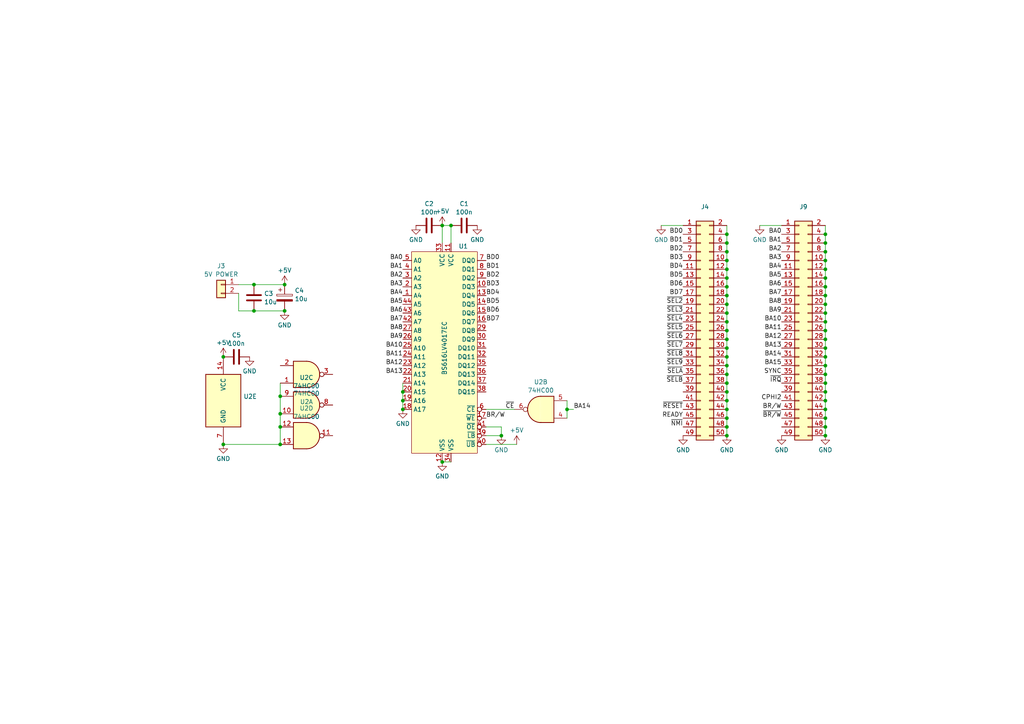
<source format=kicad_sch>
(kicad_sch (version 20230121) (generator eeschema)
  (paper "A4")
  (lib_symbols
    (symbol "74xx:74HC00" (pin_names (offset 1.016))
      (property "Reference" "U" (at 0 1.27 0))
      (property "Value" "74HC00" (at 0 -1.27 0))
      (symbol "74HC00_1_1"
        (arc (start 0 -3.81) (mid 3.7934 0) (end 0 3.81) (stroke (width 0.254)) (fill (type background)))
        (polyline (pts (xy 0 3.81) (xy -3.81 3.81) (xy -3.81 -3.81) (xy 0 -3.81)) (stroke (width 0.254)) (fill (type background)))
        (pin input line (at -7.62 2.54 0) (length 3.81) (name "~") (number "1"))
        (pin input line (at -7.62 -2.54 0) (length 3.81) (name "~") (number "2"))
        (pin output inverted (at 7.62 0 180) (length 3.81) (name "~") (number "3"))
      )
      (symbol "74HC00_1_2"
        (arc (start -3.81 -3.81) (mid -2.589 0) (end -3.81 3.81) (stroke (width 0.254)))
        (arc (start -0.6096 -3.81) (mid 2.1842 -2.5851) (end 3.81 0) (stroke (width 0.254)) (fill (type background)))
        (polyline (pts (xy -3.81 -3.81) (xy -0.635 -3.81)) (stroke (width 0.254)) (fill (type background)))
        (polyline (pts (xy -3.81 3.81) (xy -0.635 3.81)) (stroke (width 0.254)) (fill (type background)))
        (polyline (pts (xy -0.635 3.81) (xy -3.81 3.81) (xy -3.81 3.81) (xy -3.556 3.4036) (xy -3.0226 2.2606) (xy -2.6924 1.0414) (xy -2.6162 -0.254) (xy -2.7686 -1.4986) (xy -3.175 -2.7178) (xy -3.81 -3.81) (xy -3.81 -3.81) (xy -0.635 -3.81)) (stroke (width -25.4)) (fill (type background)))
        (arc (start 3.81 0) (mid 2.1915 2.5936) (end -0.6096 3.81) (stroke (width 0.254)) (fill (type background)))
        (pin input inverted (at -7.62 2.54 0) (length 4.318) (name "~") (number "1"))
        (pin input inverted (at -7.62 -2.54 0) (length 4.318) (name "~") (number "2"))
        (pin output line (at 7.62 0 180) (length 3.81) (name "~") (number "3"))
      )
      (symbol "74HC00_2_1"
        (arc (start 0 -3.81) (mid 3.7934 0) (end 0 3.81) (stroke (width 0.254)) (fill (type background)))
        (polyline (pts (xy 0 3.81) (xy -3.81 3.81) (xy -3.81 -3.81) (xy 0 -3.81)) (stroke (width 0.254)) (fill (type background)))
        (pin input line (at -7.62 2.54 0) (length 3.81) (name "~") (number "4"))
        (pin input line (at -7.62 -2.54 0) (length 3.81) (name "~") (number "5"))
        (pin output inverted (at 7.62 0 180) (length 3.81) (name "~") (number "6"))
      )
      (symbol "74HC00_2_2"
        (arc (start -3.81 -3.81) (mid -2.589 0) (end -3.81 3.81) (stroke (width 0.254)))
        (arc (start -0.6096 -3.81) (mid 2.1842 -2.5851) (end 3.81 0) (stroke (width 0.254)) (fill (type background)))
        (polyline (pts (xy -3.81 -3.81) (xy -0.635 -3.81)) (stroke (width 0.254)) (fill (type background)))
        (polyline (pts (xy -3.81 3.81) (xy -0.635 3.81)) (stroke (width 0.254)) (fill (type background)))
        (polyline (pts (xy -0.635 3.81) (xy -3.81 3.81) (xy -3.81 3.81) (xy -3.556 3.4036) (xy -3.0226 2.2606) (xy -2.6924 1.0414) (xy -2.6162 -0.254) (xy -2.7686 -1.4986) (xy -3.175 -2.7178) (xy -3.81 -3.81) (xy -3.81 -3.81) (xy -0.635 -3.81)) (stroke (width -25.4)) (fill (type background)))
        (arc (start 3.81 0) (mid 2.1915 2.5936) (end -0.6096 3.81) (stroke (width 0.254)) (fill (type background)))
        (pin input inverted (at -7.62 2.54 0) (length 4.318) (name "~") (number "4"))
        (pin input inverted (at -7.62 -2.54 0) (length 4.318) (name "~") (number "5"))
        (pin output line (at 7.62 0 180) (length 3.81) (name "~") (number "6"))
      )
      (symbol "74HC00_3_1"
        (arc (start 0 -3.81) (mid 3.7934 0) (end 0 3.81) (stroke (width 0.254)) (fill (type background)))
        (polyline (pts (xy 0 3.81) (xy -3.81 3.81) (xy -3.81 -3.81) (xy 0 -3.81)) (stroke (width 0.254)) (fill (type background)))
        (pin input line (at -7.62 -2.54 0) (length 3.81) (name "~") (number "10"))
        (pin output inverted (at 7.62 0 180) (length 3.81) (name "~") (number "8"))
        (pin input line (at -7.62 2.54 0) (length 3.81) (name "~") (number "9"))
      )
      (symbol "74HC00_3_2"
        (arc (start -3.81 -3.81) (mid -2.589 0) (end -3.81 3.81) (stroke (width 0.254)))
        (arc (start -0.6096 -3.81) (mid 2.1842 -2.5851) (end 3.81 0) (stroke (width 0.254)) (fill (type background)))
        (polyline (pts (xy -3.81 -3.81) (xy -0.635 -3.81)) (stroke (width 0.254)) (fill (type background)))
        (polyline (pts (xy -3.81 3.81) (xy -0.635 3.81)) (stroke (width 0.254)) (fill (type background)))
        (polyline (pts (xy -0.635 3.81) (xy -3.81 3.81) (xy -3.81 3.81) (xy -3.556 3.4036) (xy -3.0226 2.2606) (xy -2.6924 1.0414) (xy -2.6162 -0.254) (xy -2.7686 -1.4986) (xy -3.175 -2.7178) (xy -3.81 -3.81) (xy -3.81 -3.81) (xy -0.635 -3.81)) (stroke (width -25.4)) (fill (type background)))
        (arc (start 3.81 0) (mid 2.1915 2.5936) (end -0.6096 3.81) (stroke (width 0.254)) (fill (type background)))
        (pin input inverted (at -7.62 -2.54 0) (length 4.318) (name "~") (number "10"))
        (pin output line (at 7.62 0 180) (length 3.81) (name "~") (number "8"))
        (pin input inverted (at -7.62 2.54 0) (length 4.318) (name "~") (number "9"))
      )
      (symbol "74HC00_4_1"
        (arc (start 0 -3.81) (mid 3.7934 0) (end 0 3.81) (stroke (width 0.254)) (fill (type background)))
        (polyline (pts (xy 0 3.81) (xy -3.81 3.81) (xy -3.81 -3.81) (xy 0 -3.81)) (stroke (width 0.254)) (fill (type background)))
        (pin output inverted (at 7.62 0 180) (length 3.81) (name "~") (number "11"))
        (pin input line (at -7.62 2.54 0) (length 3.81) (name "~") (number "12"))
        (pin input line (at -7.62 -2.54 0) (length 3.81) (name "~") (number "13"))
      )
      (symbol "74HC00_4_2"
        (arc (start -3.81 -3.81) (mid -2.589 0) (end -3.81 3.81) (stroke (width 0.254)))
        (arc (start -0.6096 -3.81) (mid 2.1842 -2.5851) (end 3.81 0) (stroke (width 0.254)) (fill (type background)))
        (polyline (pts (xy -3.81 -3.81) (xy -0.635 -3.81)) (stroke (width 0.254)) (fill (type background)))
        (polyline (pts (xy -3.81 3.81) (xy -0.635 3.81)) (stroke (width 0.254)) (fill (type background)))
        (polyline (pts (xy -0.635 3.81) (xy -3.81 3.81) (xy -3.81 3.81) (xy -3.556 3.4036) (xy -3.0226 2.2606) (xy -2.6924 1.0414) (xy -2.6162 -0.254) (xy -2.7686 -1.4986) (xy -3.175 -2.7178) (xy -3.81 -3.81) (xy -3.81 -3.81) (xy -0.635 -3.81)) (stroke (width -25.4)) (fill (type background)))
        (arc (start 3.81 0) (mid 2.1915 2.5936) (end -0.6096 3.81) (stroke (width 0.254)) (fill (type background)))
        (pin output line (at 7.62 0 180) (length 3.81) (name "~") (number "11"))
        (pin input inverted (at -7.62 2.54 0) (length 4.318) (name "~") (number "12"))
        (pin input inverted (at -7.62 -2.54 0) (length 4.318) (name "~") (number "13"))
      )
      (symbol "74HC00_5_0"
        (pin power_in line (at 0 12.7 270) (length 5.08) (name "VCC") (number "14"))
        (pin power_in line (at 0 -12.7 90) (length 5.08) (name "GND") (number "7"))
      )
      (symbol "74HC00_5_1"
        (rectangle (start -5.08 7.62) (end 5.08 -7.62) (stroke (width 0.254)) (fill (type background)))
      )
    )
    (symbol "Connector_Generic:Conn_01x02" (pin_names (offset 1.016) hide)
      (property "Reference" "J" (at 0 2.54 0))
      (property "Value" "Conn_01x02" (at 0 -5.08 0))
      (symbol "Conn_01x02_1_1"
        (rectangle (start -1.27 -2.413) (end 0 -2.667) (stroke (width 0.1524)))
        (rectangle (start -1.27 0.127) (end 0 -0.127) (stroke (width 0.1524)))
        (rectangle (start -1.27 1.27) (end 1.27 -3.81) (stroke (width 0.254)) (fill (type background)))
        (pin passive line (at -5.08 0 0) (length 3.81) (name "Pin_1") (number "1"))
        (pin passive line (at -5.08 -2.54 0) (length 3.81) (name "Pin_2") (number "2"))
      )
    )
    (symbol "Connector_Generic:Conn_02x25_Odd_Even" (pin_names (offset 1.016) hide)
      (property "Reference" "J" (at 1.27 33.02 0))
      (property "Value" "Conn_02x25_Odd_Even" (at 1.27 -33.02 0))
      (symbol "Conn_02x25_Odd_Even_1_1"
        (rectangle (start -1.27 -30.353) (end 0 -30.607) (stroke (width 0.1524)))
        (rectangle (start -1.27 -27.813) (end 0 -28.067) (stroke (width 0.1524)))
        (rectangle (start -1.27 -25.273) (end 0 -25.527) (stroke (width 0.1524)))
        (rectangle (start -1.27 -22.733) (end 0 -22.987) (stroke (width 0.1524)))
        (rectangle (start -1.27 -20.193) (end 0 -20.447) (stroke (width 0.1524)))
        (rectangle (start -1.27 -17.653) (end 0 -17.907) (stroke (width 0.1524)))
        (rectangle (start -1.27 -15.113) (end 0 -15.367) (stroke (width 0.1524)))
        (rectangle (start -1.27 -12.573) (end 0 -12.827) (stroke (width 0.1524)))
        (rectangle (start -1.27 -10.033) (end 0 -10.287) (stroke (width 0.1524)))
        (rectangle (start -1.27 -7.493) (end 0 -7.747) (stroke (width 0.1524)))
        (rectangle (start -1.27 -4.953) (end 0 -5.207) (stroke (width 0.1524)))
        (rectangle (start -1.27 -2.413) (end 0 -2.667) (stroke (width 0.1524)))
        (rectangle (start -1.27 0.127) (end 0 -0.127) (stroke (width 0.1524)))
        (rectangle (start -1.27 2.667) (end 0 2.413) (stroke (width 0.1524)))
        (rectangle (start -1.27 5.207) (end 0 4.953) (stroke (width 0.1524)))
        (rectangle (start -1.27 7.747) (end 0 7.493) (stroke (width 0.1524)))
        (rectangle (start -1.27 10.287) (end 0 10.033) (stroke (width 0.1524)))
        (rectangle (start -1.27 12.827) (end 0 12.573) (stroke (width 0.1524)))
        (rectangle (start -1.27 15.367) (end 0 15.113) (stroke (width 0.1524)))
        (rectangle (start -1.27 17.907) (end 0 17.653) (stroke (width 0.1524)))
        (rectangle (start -1.27 20.447) (end 0 20.193) (stroke (width 0.1524)))
        (rectangle (start -1.27 22.987) (end 0 22.733) (stroke (width 0.1524)))
        (rectangle (start -1.27 25.527) (end 0 25.273) (stroke (width 0.1524)))
        (rectangle (start -1.27 28.067) (end 0 27.813) (stroke (width 0.1524)))
        (rectangle (start -1.27 30.607) (end 0 30.353) (stroke (width 0.1524)))
        (rectangle (start -1.27 31.75) (end 3.81 -31.75) (stroke (width 0.254)) (fill (type background)))
        (rectangle (start 3.81 -30.353) (end 2.54 -30.607) (stroke (width 0.1524)))
        (rectangle (start 3.81 -27.813) (end 2.54 -28.067) (stroke (width 0.1524)))
        (rectangle (start 3.81 -25.273) (end 2.54 -25.527) (stroke (width 0.1524)))
        (rectangle (start 3.81 -22.733) (end 2.54 -22.987) (stroke (width 0.1524)))
        (rectangle (start 3.81 -20.193) (end 2.54 -20.447) (stroke (width 0.1524)))
        (rectangle (start 3.81 -17.653) (end 2.54 -17.907) (stroke (width 0.1524)))
        (rectangle (start 3.81 -15.113) (end 2.54 -15.367) (stroke (width 0.1524)))
        (rectangle (start 3.81 -12.573) (end 2.54 -12.827) (stroke (width 0.1524)))
        (rectangle (start 3.81 -10.033) (end 2.54 -10.287) (stroke (width 0.1524)))
        (rectangle (start 3.81 -7.493) (end 2.54 -7.747) (stroke (width 0.1524)))
        (rectangle (start 3.81 -4.953) (end 2.54 -5.207) (stroke (width 0.1524)))
        (rectangle (start 3.81 -2.413) (end 2.54 -2.667) (stroke (width 0.1524)))
        (rectangle (start 3.81 0.127) (end 2.54 -0.127) (stroke (width 0.1524)))
        (rectangle (start 3.81 2.667) (end 2.54 2.413) (stroke (width 0.1524)))
        (rectangle (start 3.81 5.207) (end 2.54 4.953) (stroke (width 0.1524)))
        (rectangle (start 3.81 7.747) (end 2.54 7.493) (stroke (width 0.1524)))
        (rectangle (start 3.81 10.287) (end 2.54 10.033) (stroke (width 0.1524)))
        (rectangle (start 3.81 12.827) (end 2.54 12.573) (stroke (width 0.1524)))
        (rectangle (start 3.81 15.367) (end 2.54 15.113) (stroke (width 0.1524)))
        (rectangle (start 3.81 17.907) (end 2.54 17.653) (stroke (width 0.1524)))
        (rectangle (start 3.81 20.447) (end 2.54 20.193) (stroke (width 0.1524)))
        (rectangle (start 3.81 22.987) (end 2.54 22.733) (stroke (width 0.1524)))
        (rectangle (start 3.81 25.527) (end 2.54 25.273) (stroke (width 0.1524)))
        (rectangle (start 3.81 28.067) (end 2.54 27.813) (stroke (width 0.1524)))
        (rectangle (start 3.81 30.607) (end 2.54 30.353) (stroke (width 0.1524)))
        (pin passive line (at -5.08 30.48 0) (length 3.81) (name "Pin_1") (number "1"))
        (pin passive line (at 7.62 20.32 180) (length 3.81) (name "Pin_10") (number "10"))
        (pin passive line (at -5.08 17.78 0) (length 3.81) (name "Pin_11") (number "11"))
        (pin passive line (at 7.62 17.78 180) (length 3.81) (name "Pin_12") (number "12"))
        (pin passive line (at -5.08 15.24 0) (length 3.81) (name "Pin_13") (number "13"))
        (pin passive line (at 7.62 15.24 180) (length 3.81) (name "Pin_14") (number "14"))
        (pin passive line (at -5.08 12.7 0) (length 3.81) (name "Pin_15") (number "15"))
        (pin passive line (at 7.62 12.7 180) (length 3.81) (name "Pin_16") (number "16"))
        (pin passive line (at -5.08 10.16 0) (length 3.81) (name "Pin_17") (number "17"))
        (pin passive line (at 7.62 10.16 180) (length 3.81) (name "Pin_18") (number "18"))
        (pin passive line (at -5.08 7.62 0) (length 3.81) (name "Pin_19") (number "19"))
        (pin passive line (at 7.62 30.48 180) (length 3.81) (name "Pin_2") (number "2"))
        (pin passive line (at 7.62 7.62 180) (length 3.81) (name "Pin_20") (number "20"))
        (pin passive line (at -5.08 5.08 0) (length 3.81) (name "Pin_21") (number "21"))
        (pin passive line (at 7.62 5.08 180) (length 3.81) (name "Pin_22") (number "22"))
        (pin passive line (at -5.08 2.54 0) (length 3.81) (name "Pin_23") (number "23"))
        (pin passive line (at 7.62 2.54 180) (length 3.81) (name "Pin_24") (number "24"))
        (pin passive line (at -5.08 0 0) (length 3.81) (name "Pin_25") (number "25"))
        (pin passive line (at 7.62 0 180) (length 3.81) (name "Pin_26") (number "26"))
        (pin passive line (at -5.08 -2.54 0) (length 3.81) (name "Pin_27") (number "27"))
        (pin passive line (at 7.62 -2.54 180) (length 3.81) (name "Pin_28") (number "28"))
        (pin passive line (at -5.08 -5.08 0) (length 3.81) (name "Pin_29") (number "29"))
        (pin passive line (at -5.08 27.94 0) (length 3.81) (name "Pin_3") (number "3"))
        (pin passive line (at 7.62 -5.08 180) (length 3.81) (name "Pin_30") (number "30"))
        (pin passive line (at -5.08 -7.62 0) (length 3.81) (name "Pin_31") (number "31"))
        (pin passive line (at 7.62 -7.62 180) (length 3.81) (name "Pin_32") (number "32"))
        (pin passive line (at -5.08 -10.16 0) (length 3.81) (name "Pin_33") (number "33"))
        (pin passive line (at 7.62 -10.16 180) (length 3.81) (name "Pin_34") (number "34"))
        (pin passive line (at -5.08 -12.7 0) (length 3.81) (name "Pin_35") (number "35"))
        (pin passive line (at 7.62 -12.7 180) (length 3.81) (name "Pin_36") (number "36"))
        (pin passive line (at -5.08 -15.24 0) (length 3.81) (name "Pin_37") (number "37"))
        (pin passive line (at 7.62 -15.24 180) (length 3.81) (name "Pin_38") (number "38"))
        (pin passive line (at -5.08 -17.78 0) (length 3.81) (name "Pin_39") (number "39"))
        (pin passive line (at 7.62 27.94 180) (length 3.81) (name "Pin_4") (number "4"))
        (pin passive line (at 7.62 -17.78 180) (length 3.81) (name "Pin_40") (number "40"))
        (pin passive line (at -5.08 -20.32 0) (length 3.81) (name "Pin_41") (number "41"))
        (pin passive line (at 7.62 -20.32 180) (length 3.81) (name "Pin_42") (number "42"))
        (pin passive line (at -5.08 -22.86 0) (length 3.81) (name "Pin_43") (number "43"))
        (pin passive line (at 7.62 -22.86 180) (length 3.81) (name "Pin_44") (number "44"))
        (pin passive line (at -5.08 -25.4 0) (length 3.81) (name "Pin_45") (number "45"))
        (pin passive line (at 7.62 -25.4 180) (length 3.81) (name "Pin_46") (number "46"))
        (pin passive line (at -5.08 -27.94 0) (length 3.81) (name "Pin_47") (number "47"))
        (pin passive line (at 7.62 -27.94 180) (length 3.81) (name "Pin_48") (number "48"))
        (pin passive line (at -5.08 -30.48 0) (length 3.81) (name "Pin_49") (number "49"))
        (pin passive line (at -5.08 25.4 0) (length 3.81) (name "Pin_5") (number "5"))
        (pin passive line (at 7.62 -30.48 180) (length 3.81) (name "Pin_50") (number "50"))
        (pin passive line (at 7.62 25.4 180) (length 3.81) (name "Pin_6") (number "6"))
        (pin passive line (at -5.08 22.86 0) (length 3.81) (name "Pin_7") (number "7"))
        (pin passive line (at 7.62 22.86 180) (length 3.81) (name "Pin_8") (number "8"))
        (pin passive line (at -5.08 20.32 0) (length 3.81) (name "Pin_9") (number "9"))
      )
    )
    (symbol "Device:C" (pin_numbers hide) (pin_names (offset 0.254))
      (property "Reference" "C" (at 0.635 2.54 0))
      (property "Value" "C" (at 0.635 -2.54 0))
      (symbol "C_0_1"
        (polyline (pts (xy -2.032 -0.762) (xy 2.032 -0.762)) (stroke (width 0.508)))
        (polyline (pts (xy -2.032 0.762) (xy 2.032 0.762)) (stroke (width 0.508)))
      )
      (symbol "C_1_1"
        (pin passive line (at 0 3.81 270) (length 2.794) (name "~") (number "1"))
        (pin passive line (at 0 -3.81 90) (length 2.794) (name "~") (number "2"))
      )
    )
    (symbol "Device:C_Polarized" (pin_numbers hide) (pin_names (offset 0.254))
      (property "Reference" "C" (at 0.635 2.54 0))
      (property "Value" "C_Polarized" (at 0.635 -2.54 0))
      (symbol "C_Polarized_0_1"
        (rectangle (start -2.286 0.508) (end 2.286 1.016))
        (polyline (pts (xy -1.778 2.286) (xy -0.762 2.286)))
        (polyline (pts (xy -1.27 2.794) (xy -1.27 1.778)))
        (rectangle (start 2.286 -0.508) (end -2.286 -1.016) (fill (type outline)))
      )
      (symbol "C_Polarized_1_1"
        (pin passive line (at 0 3.81 270) (length 2.794) (name "~") (number "1"))
        (pin passive line (at 0 -3.81 90) (length 2.794) (name "~") (number "2"))
      )
    )
    (symbol "oni:BS616LV4017EC"
      (property "Reference" "U" (at 5.08 -30.48 0))
      (property "Value" "BS616LV4017EC" (at 0 0 90))
      (symbol "BS616LV4017EC_1_1"
        (rectangle (start -10.16 29.21) (end 8.89 -29.21) (fill (type background)))
        (pin input line (at -12.7 16.51 0) (length 2.54) (name "A4") (number "1"))
        (pin tri_state line (at 11.43 19.05 180) (length 2.54) (name "DQ3") (number "10"))
        (pin power_in line (at 1.27 31.75 270) (length 2.54) (name "VCC") (number "11"))
        (pin power_in line (at -1.27 -31.75 90) (length 2.54) (name "VSS") (number "12"))
        (pin tri_state line (at 11.43 16.51 180) (length 2.54) (name "DQ4") (number "13"))
        (pin tri_state line (at 11.43 13.97 180) (length 2.54) (name "DQ5") (number "14"))
        (pin tri_state line (at 11.43 11.43 180) (length 2.54) (name "DQ6") (number "15"))
        (pin tri_state line (at 11.43 8.89 180) (length 2.54) (name "DQ7") (number "16"))
        (pin input inverted (at 11.43 -19.05 180) (length 2.54) (name "~{WE}") (number "17"))
        (pin input line (at -12.7 -16.51 0) (length 2.54) (name "A17") (number "18"))
        (pin input line (at -12.7 -13.97 0) (length 2.54) (name "A16") (number "19"))
        (pin input line (at -12.7 19.05 0) (length 2.54) (name "A3") (number "2"))
        (pin input line (at -12.7 -11.43 0) (length 2.54) (name "A15") (number "20"))
        (pin input line (at -12.7 -8.89 0) (length 2.54) (name "A14") (number "21"))
        (pin input line (at -12.7 -6.35 0) (length 2.54) (name "A13") (number "22"))
        (pin input line (at -12.7 -3.81 0) (length 2.54) (name "A12") (number "23"))
        (pin input line (at -12.7 -1.27 0) (length 2.54) (name "A11") (number "24"))
        (pin input line (at -12.7 1.27 0) (length 2.54) (name "A10") (number "25"))
        (pin input line (at -12.7 3.81 0) (length 2.54) (name "A9") (number "26"))
        (pin input line (at -12.7 6.35 0) (length 2.54) (name "A8") (number "27"))
        (pin no_connect line (at -12.7 -26.67 0) (length 2.54) hide (name "NC") (number "28"))
        (pin tri_state line (at 11.43 6.35 180) (length 2.54) (name "DQ8") (number "29"))
        (pin input line (at -12.7 21.59 0) (length 2.54) (name "A2") (number "3"))
        (pin tri_state line (at 11.43 3.81 180) (length 2.54) (name "DQ9") (number "30"))
        (pin tri_state line (at 11.43 1.27 180) (length 2.54) (name "DQ10") (number "31"))
        (pin tri_state line (at 11.43 -1.27 180) (length 2.54) (name "DQ11") (number "32"))
        (pin power_in line (at -1.27 31.75 270) (length 2.54) (name "VCC") (number "33"))
        (pin power_in line (at 1.27 -31.75 90) (length 2.54) (name "VSS") (number "34"))
        (pin tri_state line (at 11.43 -3.81 180) (length 2.54) (name "DQ12") (number "35"))
        (pin tri_state line (at 11.43 -6.35 180) (length 2.54) (name "DQ13") (number "36"))
        (pin tri_state line (at 11.43 -8.89 180) (length 2.54) (name "DQ14") (number "37"))
        (pin tri_state line (at 11.43 -11.43 180) (length 2.54) (name "DQ15") (number "38"))
        (pin input inverted (at 11.43 -24.13 180) (length 2.54) (name "~{LB}") (number "39"))
        (pin input line (at -12.7 24.13 0) (length 2.54) (name "A1") (number "4"))
        (pin input inverted (at 11.43 -26.67 180) (length 2.54) (name "~{UB}") (number "40"))
        (pin input inverted (at 11.43 -21.59 180) (length 2.54) (name "~{OE}") (number "41"))
        (pin input line (at -12.7 8.89 0) (length 2.54) (name "A7") (number "42"))
        (pin input line (at -12.7 11.43 0) (length 2.54) (name "A6") (number "43"))
        (pin input line (at -12.7 13.97 0) (length 2.54) (name "A5") (number "44"))
        (pin input line (at -12.7 26.67 0) (length 2.54) (name "A0") (number "5"))
        (pin input inverted (at 11.43 -16.51 180) (length 2.54) (name "~{CE}") (number "6"))
        (pin tri_state line (at 11.43 26.67 180) (length 2.54) (name "DQ0") (number "7"))
        (pin tri_state line (at 11.43 24.13 180) (length 2.54) (name "DQ1") (number "8"))
        (pin tri_state line (at 11.43 21.59 180) (length 2.54) (name "DQ2") (number "9"))
      )
    )
    (symbol "power:+5V" (power) (pin_names (offset 0))
      (property "Value" "+5V" (at 0 3.556 0))
      (symbol "+5V_0_1"
        (polyline (pts (xy -0.762 1.27) (xy 0 2.54)))
        (polyline (pts (xy 0 0) (xy 0 2.54)))
        (polyline (pts (xy 0 2.54) (xy 0.762 1.27)))
      )
      (symbol "+5V_1_1"
        (pin power_in line (at 0 0 90) (length 0) hide (name "+5V") (number "1"))
      )
    )
    (symbol "power:GND" (power) (pin_names (offset 0))
      (property "Value" "GND" (at 0 -3.81 0))
      (symbol "GND_0_1"
        (polyline (pts (xy 0 0) (xy 0 -1.27) (xy 1.27 -1.27) (xy 0 -2.54) (xy -1.27 -1.27) (xy 0 -1.27)))
      )
      (symbol "GND_1_1"
        (pin power_in line (at 0 0 270) (length 0) hide (name "GND") (number "1"))
      )
    )
  )
  (junction (at 64.77 128.905))
  (junction (at 239.395 90.805))
  (junction (at 164.465 118.745))
  (junction (at 239.395 108.585))
  (junction (at 239.395 116.205))
  (junction (at 210.82 88.265))
  (junction (at 239.395 93.345))
  (junction (at 210.82 111.125))
  (junction (at 239.395 80.645))
  (junction (at 239.395 67.945))
  (junction (at 239.395 118.745))
  (junction (at 239.395 88.265))
  (junction (at 73.66 90.17))
  (junction (at 210.82 123.825))
  (junction (at 128.27 133.985))
  (junction (at 210.82 85.725))
  (junction (at 116.84 113.665))
  (junction (at 239.395 70.485))
  (junction (at 239.395 123.825))
  (junction (at 116.84 118.745))
  (junction (at 239.395 83.185))
  (junction (at 210.82 67.945))
  (junction (at 82.55 90.17))
  (junction (at 210.82 103.505))
  (junction (at 239.395 126.365))
  (junction (at 81.28 120.015))
  (junction (at 239.395 98.425))
  (junction (at 81.28 123.825))
  (junction (at 239.395 111.125))
  (junction (at 210.82 75.565))
  (junction (at 239.395 75.565))
  (junction (at 81.28 114.935))
  (junction (at 210.82 126.365))
  (junction (at 210.82 95.885))
  (junction (at 239.395 121.285))
  (junction (at 239.395 95.885))
  (junction (at 73.66 82.55))
  (junction (at 130.81 65.405))
  (junction (at 210.82 100.965))
  (junction (at 210.82 121.285))
  (junction (at 82.55 82.55))
  (junction (at 81.28 128.905))
  (junction (at 210.82 90.805))
  (junction (at 145.415 126.365))
  (junction (at 239.395 106.045))
  (junction (at 239.395 78.105))
  (junction (at 210.82 98.425))
  (junction (at 239.395 85.725))
  (junction (at 64.77 103.505))
  (junction (at 210.82 83.185))
  (junction (at 210.82 108.585))
  (junction (at 210.82 78.105))
  (junction (at 239.395 113.665))
  (junction (at 239.395 103.505))
  (junction (at 128.27 65.405))
  (junction (at 239.395 73.025))
  (junction (at 210.82 106.045))
  (junction (at 210.82 118.745))
  (junction (at 116.84 116.205))
  (junction (at 239.395 100.965))
  (junction (at 210.82 113.665))
  (junction (at 210.82 116.205))
  (junction (at 210.82 73.025))
  (junction (at 210.82 70.485))
  (junction (at 210.82 80.645))
  (junction (at 210.82 93.345))
  (wire (pts (xy 239.395 121.285) (xy 239.395 123.825)))
  (wire (pts (xy 210.82 116.205) (xy 210.82 118.745)))
  (wire (pts (xy 210.82 98.425) (xy 210.82 100.965)))
  (wire (pts (xy 210.82 78.105) (xy 210.82 80.645)))
  (wire (pts (xy 239.395 113.665) (xy 239.395 116.205)))
  (wire (pts (xy 164.465 118.745) (xy 166.37 118.745)))
  (wire (pts (xy 210.82 83.185) (xy 210.82 85.725)))
  (wire (pts (xy 210.82 90.805) (xy 210.82 93.345)))
  (wire (pts (xy 73.66 82.55) (xy 82.55 82.55)))
  (wire (pts (xy 116.84 116.205) (xy 116.84 118.745)))
  (wire (pts (xy 239.395 108.585) (xy 239.395 111.125)))
  (wire (pts (xy 239.395 98.425) (xy 239.395 100.965)))
  (wire (pts (xy 210.82 108.585) (xy 210.82 111.125)))
  (wire (pts (xy 210.82 88.265) (xy 210.82 90.805)))
  (wire (pts (xy 239.395 100.965) (xy 239.395 103.505)))
  (wire (pts (xy 116.84 111.125) (xy 116.84 113.665)))
  (wire (pts (xy 239.395 106.045) (xy 239.395 108.585)))
  (wire (pts (xy 210.82 103.505) (xy 210.82 106.045)))
  (wire (pts (xy 140.97 126.365) (xy 145.415 126.365)))
  (wire (pts (xy 239.395 111.125) (xy 239.395 113.665)))
  (wire (pts (xy 239.395 73.025) (xy 239.395 75.565)))
  (wire (pts (xy 210.82 95.885) (xy 210.82 98.425)))
  (wire (pts (xy 191.77 65.405) (xy 198.12 65.405)))
  (wire (pts (xy 73.66 90.17) (xy 69.215 90.17)))
  (wire (pts (xy 82.55 90.17) (xy 73.66 90.17)))
  (wire (pts (xy 116.84 113.665) (xy 116.84 116.205)))
  (wire (pts (xy 210.82 100.965) (xy 210.82 103.505)))
  (wire (pts (xy 210.82 70.485) (xy 210.82 73.025)))
  (wire (pts (xy 164.465 116.205) (xy 164.465 118.745)))
  (wire (pts (xy 239.395 116.205) (xy 239.395 118.745)))
  (wire (pts (xy 210.82 93.345) (xy 210.82 95.885)))
  (wire (pts (xy 210.82 123.825) (xy 210.82 126.365)))
  (wire (pts (xy 128.27 65.405) (xy 128.27 70.485)))
  (wire (pts (xy 210.82 75.565) (xy 210.82 78.105)))
  (wire (pts (xy 140.97 128.905) (xy 149.86 128.905)))
  (wire (pts (xy 210.82 106.045) (xy 210.82 108.585)))
  (wire (pts (xy 239.395 118.745) (xy 239.395 121.285)))
  (wire (pts (xy 239.395 65.405) (xy 239.395 67.945)))
  (wire (pts (xy 128.27 133.985) (xy 130.81 133.985)))
  (wire (pts (xy 220.345 65.405) (xy 226.695 65.405)))
  (wire (pts (xy 64.77 128.905) (xy 81.28 128.905)))
  (wire (pts (xy 69.215 82.55) (xy 73.66 82.55)))
  (wire (pts (xy 69.215 90.17) (xy 69.215 85.09)))
  (wire (pts (xy 239.395 123.825) (xy 239.395 126.365)))
  (wire (pts (xy 210.82 121.285) (xy 210.82 123.825)))
  (wire (pts (xy 145.415 123.825) (xy 145.415 126.365)))
  (wire (pts (xy 81.28 123.825) (xy 81.28 128.905)))
  (wire (pts (xy 239.395 78.105) (xy 239.395 80.645)))
  (wire (pts (xy 81.28 120.015) (xy 81.28 123.825)))
  (wire (pts (xy 210.82 111.125) (xy 210.82 113.665)))
  (wire (pts (xy 239.395 85.725) (xy 239.395 88.265)))
  (wire (pts (xy 239.395 88.265) (xy 239.395 90.805)))
  (wire (pts (xy 128.27 65.405) (xy 130.81 65.405)))
  (wire (pts (xy 239.395 95.885) (xy 239.395 98.425)))
  (wire (pts (xy 239.395 90.805) (xy 239.395 93.345)))
  (wire (pts (xy 210.82 118.745) (xy 210.82 121.285)))
  (wire (pts (xy 81.28 111.125) (xy 81.28 114.935)))
  (wire (pts (xy 210.82 65.405) (xy 210.82 67.945)))
  (wire (pts (xy 130.81 65.405) (xy 130.81 70.485)))
  (wire (pts (xy 239.395 83.185) (xy 239.395 85.725)))
  (wire (pts (xy 140.97 118.745) (xy 149.225 118.745)))
  (wire (pts (xy 210.82 67.945) (xy 210.82 70.485)))
  (wire (pts (xy 210.82 85.725) (xy 210.82 88.265)))
  (wire (pts (xy 239.395 93.345) (xy 239.395 95.885)))
  (wire (pts (xy 210.82 73.025) (xy 210.82 75.565)))
  (wire (pts (xy 239.395 80.645) (xy 239.395 83.185)))
  (wire (pts (xy 239.395 103.505) (xy 239.395 106.045)))
  (wire (pts (xy 210.82 113.665) (xy 210.82 116.205)))
  (wire (pts (xy 239.395 75.565) (xy 239.395 78.105)))
  (wire (pts (xy 239.395 67.945) (xy 239.395 70.485)))
  (wire (pts (xy 81.28 114.935) (xy 81.28 120.015)))
  (wire (pts (xy 164.465 118.745) (xy 164.465 121.285)))
  (wire (pts (xy 140.97 123.825) (xy 145.415 123.825)))
  (wire (pts (xy 239.395 70.485) (xy 239.395 73.025)))
  (wire (pts (xy 210.82 80.645) (xy 210.82 83.185)))
  (label "BA10" (at 116.84 100.965 180))
  (label "~{SEL4}" (at 198.12 93.345 180))
  (label "BA3" (at 116.84 83.185 180))
  (label "BA10" (at 226.695 93.345 180))
  (label "BA3" (at 226.695 75.565 180))
  (label "BD5" (at 140.97 88.265 0))
  (label "~{RESET}" (at 198.12 118.745 180))
  (label "BA9" (at 226.695 90.805 180))
  (label "BA12" (at 116.84 106.045 180))
  (label "BD7" (at 198.12 85.725 180))
  (label "BA8" (at 226.695 88.265 180))
  (label "~{IRQ}" (at 226.695 111.125 180))
  (label "BA13" (at 116.84 108.585 180))
  (label "BA0" (at 226.695 67.945 180))
  (label "BD6" (at 140.97 90.805 0))
  (label "BA12" (at 226.695 98.425 180))
  (label "BD0" (at 198.12 67.945 180))
  (label "SYNC" (at 226.695 108.585 180))
  (label "BA13" (at 226.695 100.965 180))
  (label "BR{slash}W" (at 226.695 118.745 180))
  (label "BD1" (at 140.97 78.105 0))
  (label "BA11" (at 226.695 95.885 180))
  (label "BA15" (at 226.695 106.045 180))
  (label "BA5" (at 116.84 88.265 180))
  (label "BA6" (at 226.695 83.185 180))
  (label "~{SEL9}" (at 198.12 106.045 180))
  (label "BA4" (at 116.84 85.725 180))
  (label "~{CE}" (at 149.225 118.745 180))
  (label "~{SELB}" (at 198.12 111.125 180))
  (label "BD3" (at 140.97 83.185 0))
  (label "BA6" (at 116.84 90.805 180))
  (label "~{SEL3}" (at 198.12 90.805 180))
  (label "BA4" (at 226.695 78.105 180))
  (label "~{BR{slash}W}" (at 226.695 121.285 180))
  (label "~{SEL8}" (at 198.12 103.505 180))
  (label "BD6" (at 198.12 83.185 180))
  (label "BD2" (at 198.12 73.025 180))
  (label "CPHI2" (at 226.695 116.205 180))
  (label "BD4" (at 140.97 85.725 0))
  (label "~{NMI}" (at 198.12 123.825 180))
  (label "BD3" (at 198.12 75.565 180))
  (label "BA11" (at 116.84 103.505 180))
  (label "BA14" (at 226.695 103.505 180))
  (label "READY" (at 198.12 121.285 180))
  (label "~{SEL2}" (at 198.12 88.265 180))
  (label "BA9" (at 116.84 98.425 180))
  (label "BA2" (at 226.695 73.025 180))
  (label "BD7" (at 140.97 93.345 0))
  (label "BA7" (at 116.84 93.345 180))
  (label "BA5" (at 226.695 80.645 180))
  (label "BD5" (at 198.12 80.645 180))
  (label "BA0" (at 116.84 75.565 180))
  (label "BD4" (at 198.12 78.105 180))
  (label "BR{slash}W" (at 140.97 121.285 0))
  (label "BA14" (at 166.37 118.745 0))
  (label "~{SEL7}" (at 198.12 100.965 180))
  (label "BA1" (at 226.695 70.485 180))
  (label "~{SEL5}" (at 198.12 95.885 180))
  (label "~{SEL6}" (at 198.12 98.425 180))
  (label "BA1" (at 116.84 78.105 180))
  (label "BD1" (at 198.12 70.485 180))
  (label "BA2" (at 116.84 80.645 180))
  (label "BA7" (at 226.695 85.725 180))
  (label "BD0" (at 140.97 75.565 0))
  (label "BA8" (at 116.84 95.885 180))
  (label "~{SELA}" (at 198.12 108.585 180))
  (label "BD2" (at 140.97 80.645 0))
  (symbol (lib_id "power:GND") (at 226.695 126.365 0) (unit 1)
    (property "Reference" "#PWR011" (effects hide))
    (property "Value" "GND" (at 226.695 130.4981 0))
  )
  (symbol (lib_id "power:GND") (at 64.77 128.905 0) (unit 1)
    (property "Reference" "#PWR016" (effects hide))
    (property "Value" "GND" (at 64.77 133.0381 0))
  )
  (symbol (lib_id "power:GND") (at 220.345 65.405 0) (unit 1)
    (property "Reference" "#PWR010" (effects hide))
    (property "Value" "GND" (at 220.345 69.5381 0))
  )
  (symbol (lib_id "74xx:74HC00") (at 88.9 126.365 0) (unit 4)
    (property "Reference" "U2" (at 88.8917 118.4107 0))
    (property "Value" "74HC00" (at 88.8917 120.8349 0))
    (property "Footprint" "Package_SO:SOIC-14_3.9x8.7mm_P1.27mm" (effects hide))
    (property "Datasheet" "http://www.ti.com/lit/gpn/sn74hc00" (effects hide))
  )
  (symbol (lib_id "Connector_Generic:Conn_01x02") (at 64.135 82.55 0) (mirror y) (unit 1)
    (property "Reference" "J3" (at 64.135 77.1357 0))
    (property "Value" "5V POWER" (at 64.135 79.5599 0))
    (property "Footprint" "Connector_PinHeader_2.54mm:PinHeader_1x02_P2.54mm_Horizontal" (effects hide))
  )
  (symbol (lib_id "power:GND") (at 210.82 126.365 0) (unit 1)
    (property "Reference" "#PWR07" (effects hide))
    (property "Value" "GND" (at 210.82 130.4981 0))
  )
  (symbol (lib_id "Device:C") (at 68.58 103.505 90) (unit 1)
    (property "Reference" "C5" (at 68.58 97.2017 90))
    (property "Value" "100n" (at 68.58 99.6259 90))
    (property "Footprint" "Capacitor_SMD:C_0805_2012Metric" (effects hide))
  )
  (symbol (lib_id "power:+5V") (at 128.27 65.405 0) (unit 1)
    (property "Reference" "#PWR04" (effects hide))
    (property "Value" "+5V" (at 128.27 61.2719 0))
  )
  (symbol (lib_id "power:GND") (at 120.65 65.405 0) (unit 1)
    (property "Reference" "#PWR06" (effects hide))
    (property "Value" "GND" (at 120.65 69.5381 0))
  )
  (symbol (lib_id "power:GND") (at 145.415 126.365 0) (unit 1)
    (property "Reference" "#PWR013" (effects hide))
    (property "Value" "GND" (at 145.415 130.4981 0))
  )
  (symbol (lib_id "power:GND") (at 191.77 65.405 0) (unit 1)
    (property "Reference" "#PWR09" (effects hide))
    (property "Value" "GND" (at 191.77 69.5381 0))
  )
  (symbol (lib_id "Connector_Generic:Conn_02x25_Odd_Even") (at 231.775 95.885 0) (unit 1)
    (property "Reference" "J9" (at 233.045 59.9907 0))
    (property "Value" "J9" (effects hide))
    (property "Footprint" "Connector_PinSocket_2.54mm:PinSocket_2x25_P2.54mm_Vertical" (effects hide))
  )
  (symbol (lib_id "74xx:74HC00") (at 64.77 116.205 0) (unit 5)
    (property "Reference" "U2" (at 70.612 114.9929 0) (effects (justify left)))
    (property "Value" "74HC00" (effects hide))
    (property "Footprint" "Package_SO:SOIC-14_3.9x8.7mm_P1.27mm" (effects hide))
    (property "Datasheet" "http://www.ti.com/lit/gpn/sn74hc00" (effects hide))
  )
  (symbol (lib_id "power:+5V") (at 64.77 103.505 0) (unit 1)
    (property "Reference" "#PWR017" (effects hide))
    (property "Value" "+5V" (at 64.77 99.3719 0))
  )
  (symbol (lib_id "power:GND") (at 72.39 103.505 0) (unit 1)
    (property "Reference" "#PWR018" (effects hide))
    (property "Value" "GND" (at 72.39 107.6381 0))
  )
  (symbol (lib_id "74xx:74HC00") (at 156.845 118.745 180) (unit 2)
    (property "Reference" "U2" (at 156.8533 110.7907 0))
    (property "Value" "74HC00" (at 156.8533 113.2149 0))
    (property "Footprint" "Package_SO:SOIC-14_3.9x8.7mm_P1.27mm" (effects hide))
    (property "Datasheet" "http://www.ti.com/lit/gpn/sn74hc00" (effects hide))
  )
  (symbol (lib_id "Device:C") (at 124.46 65.405 90) (unit 1)
    (property "Reference" "C2" (at 124.46 59.1017 90))
    (property "Value" "100n" (at 124.46 61.5259 90))
    (property "Footprint" "Capacitor_SMD:C_0805_2012Metric" (effects hide))
  )
  (symbol (lib_id "power:+5V") (at 149.86 128.905 0) (unit 1)
    (property "Reference" "#PWR014" (effects hide))
    (property "Value" "+5V" (at 149.86 124.7719 0))
  )
  (symbol (lib_id "power:GND") (at 198.12 126.365 0) (unit 1)
    (property "Reference" "#PWR08" (effects hide))
    (property "Value" "GND" (at 198.12 130.4981 0))
  )
  (symbol (lib_id "Device:C_Polarized") (at 82.55 86.36 0) (unit 1)
    (property "Reference" "C4" (at 85.471 84.2589 0) (effects (justify left)))
    (property "Value" "10u" (at 85.471 86.6831 0) (effects (justify left)))
    (property "Footprint" "Capacitor_SMD:CP_Elec_4x3.9" (effects hide))
  )
  (symbol (lib_id "74xx:74HC00") (at 88.9 117.475 0) (unit 3)
    (property "Reference" "U2" (at 88.8917 109.5207 0))
    (property "Value" "74HC00" (at 88.8917 111.9449 0))
    (property "Footprint" "Package_SO:SOIC-14_3.9x8.7mm_P1.27mm" (effects hide))
    (property "Datasheet" "http://www.ti.com/lit/gpn/sn74hc00" (effects hide))
  )
  (symbol (lib_id "Device:C") (at 134.62 65.405 90) (unit 1)
    (property "Reference" "C1" (at 134.62 59.1017 90))
    (property "Value" "100n" (at 134.62 61.5259 90))
    (property "Footprint" "Capacitor_SMD:C_0805_2012Metric" (effects hide))
  )
  (symbol (lib_id "power:GND") (at 239.395 126.365 0) (unit 1)
    (property "Reference" "#PWR012" (effects hide))
    (property "Value" "GND" (at 239.395 130.4981 0))
  )
  (symbol (lib_id "74xx:74HC00") (at 88.9 108.585 0) (mirror x) (unit 1)
    (property "Reference" "U2" (at 88.8917 116.5393 0))
    (property "Value" "74HC00" (at 88.8917 114.1151 0))
    (property "Footprint" "Package_SO:SOIC-14_3.9x8.7mm_P1.27mm" (effects hide))
    (property "Datasheet" "http://www.ti.com/lit/gpn/sn74hc00" (effects hide))
  )
  (symbol (lib_id "power:GND") (at 116.84 118.745 0) (unit 1)
    (property "Reference" "#PWR015" (effects hide))
    (property "Value" "GND" (at 116.84 122.8781 0))
  )
  (symbol (lib_id "oni:BS616LV4017EC") (at 129.54 102.235 0) (unit 1)
    (property "Reference" "U1" (at 133.0041 71.4319 0) (effects (justify left)))
    (property "Value" "BS616LV4017EC" (at 128.905 100.965 90))
    (property "Footprint" "Package_SO:TSOP-II-44_10.16x18.41mm_P0.8mm" (effects hide))
    (property "Datasheet" "https://www.farnell.com/datasheets/4474.pdf" (effects hide))
  )
  (symbol (lib_id "Device:C") (at 73.66 86.36 180) (unit 1)
    (property "Reference" "C3" (at 76.581 85.1479 0) (effects (justify right)))
    (property "Value" "10u" (at 76.581 87.5721 0) (effects (justify right)))
    (property "Footprint" "Capacitor_SMD:C_0805_2012Metric" (effects hide))
  )
  (symbol (lib_id "power:GND") (at 128.27 133.985 0) (unit 1)
    (property "Reference" "#PWR03" (effects hide))
    (property "Value" "GND" (at 128.27 138.1181 0))
  )
  (symbol (lib_id "Connector_Generic:Conn_02x25_Odd_Even") (at 203.2 95.885 0) (unit 1)
    (property "Reference" "J4" (at 204.47 59.9907 0))
    (property "Value" "J4" (effects hide))
    (property "Footprint" "Connector_PinSocket_2.54mm:PinSocket_2x25_P2.54mm_Vertical" (effects hide))
  )
  (symbol (lib_id "power:GND") (at 82.55 90.17 0) (unit 1)
    (property "Reference" "#PWR02" (effects hide))
    (property "Value" "GND" (at 82.55 94.3031 0))
  )
  (symbol (lib_id "power:+5V") (at 82.55 82.55 0) (unit 1)
    (property "Reference" "#PWR01" (effects hide))
    (property "Value" "+5V" (at 82.55 78.4169 0))
  )
  (symbol (lib_id "power:GND") (at 138.43 65.405 0) (unit 1)
    (property "Reference" "#PWR05" (effects hide))
    (property "Value" "GND" (at 138.43 69.5381 0))
  )
)
</source>
